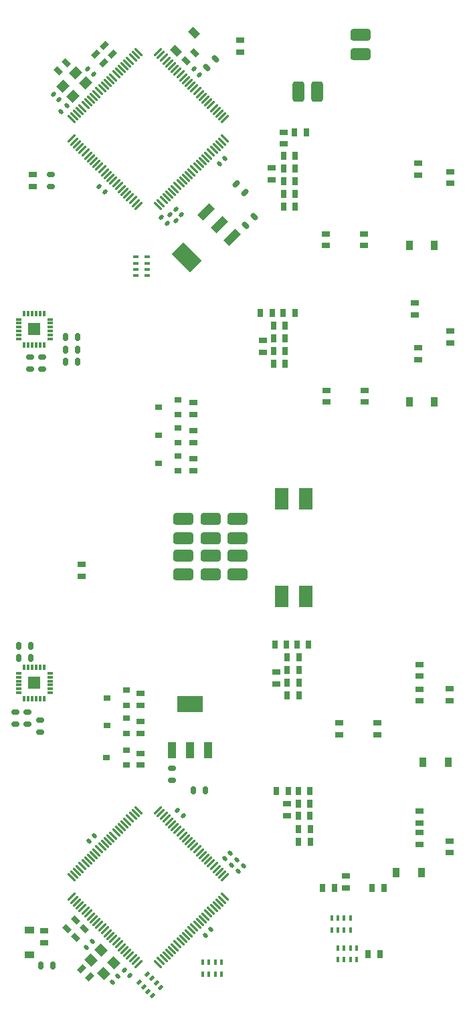
<source format=gbp>
G04*
G04 #@! TF.GenerationSoftware,Altium Limited,Altium Designer,21.8.1 (53)*
G04*
G04 Layer_Color=128*
%FSLAX44Y44*%
%MOMM*%
G71*
G04*
G04 #@! TF.SameCoordinates,C657CB42-8F9E-4DD2-80ED-FFB10F84DBA6*
G04*
G04*
G04 #@! TF.FilePolarity,Positive*
G04*
G01*
G75*
G04:AMPARAMS|DCode=19|XSize=0.4mm|YSize=0.7mm|CornerRadius=0.1mm|HoleSize=0mm|Usage=FLASHONLY|Rotation=90.000|XOffset=0mm|YOffset=0mm|HoleType=Round|Shape=RoundedRectangle|*
%AMROUNDEDRECTD19*
21,1,0.4000,0.5000,0,0,90.0*
21,1,0.2000,0.7000,0,0,90.0*
1,1,0.2000,0.2500,0.1000*
1,1,0.2000,0.2500,-0.1000*
1,1,0.2000,-0.2500,-0.1000*
1,1,0.2000,-0.2500,0.1000*
%
%ADD19ROUNDEDRECTD19*%
%ADD20R,0.7000X1.0000*%
G04:AMPARAMS|DCode=21|XSize=1.5mm|YSize=2.6mm|CornerRadius=0.375mm|HoleSize=0mm|Usage=FLASHONLY|Rotation=0.000|XOffset=0mm|YOffset=0mm|HoleType=Round|Shape=RoundedRectangle|*
%AMROUNDEDRECTD21*
21,1,1.5000,1.8500,0,0,0.0*
21,1,0.7500,2.6000,0,0,0.0*
1,1,0.7500,0.3750,-0.9250*
1,1,0.7500,-0.3750,-0.9250*
1,1,0.7500,-0.3750,0.9250*
1,1,0.7500,0.3750,0.9250*
%
%ADD21ROUNDEDRECTD21*%
G04:AMPARAMS|DCode=22|XSize=0.7mm|YSize=1mm|CornerRadius=0.175mm|HoleSize=0mm|Usage=FLASHONLY|Rotation=0.000|XOffset=0mm|YOffset=0mm|HoleType=Round|Shape=RoundedRectangle|*
%AMROUNDEDRECTD22*
21,1,0.7000,0.6500,0,0,0.0*
21,1,0.3500,1.0000,0,0,0.0*
1,1,0.3500,0.1750,-0.3250*
1,1,0.3500,-0.1750,-0.3250*
1,1,0.3500,-0.1750,0.3250*
1,1,0.3500,0.1750,0.3250*
%
%ADD22ROUNDEDRECTD22*%
G04:AMPARAMS|DCode=23|XSize=0.7mm|YSize=1mm|CornerRadius=0.175mm|HoleSize=0mm|Usage=FLASHONLY|Rotation=270.000|XOffset=0mm|YOffset=0mm|HoleType=Round|Shape=RoundedRectangle|*
%AMROUNDEDRECTD23*
21,1,0.7000,0.6500,0,0,270.0*
21,1,0.3500,1.0000,0,0,270.0*
1,1,0.3500,-0.3250,-0.1750*
1,1,0.3500,-0.3250,0.1750*
1,1,0.3500,0.3250,0.1750*
1,1,0.3500,0.3250,-0.1750*
%
%ADD23ROUNDEDRECTD23*%
%ADD28R,0.9000X1.2000*%
%ADD29R,1.2000X0.9000*%
%ADD30R,1.0000X0.7000*%
G04:AMPARAMS|DCode=32|XSize=0.4mm|YSize=0.7mm|CornerRadius=0.1mm|HoleSize=0mm|Usage=FLASHONLY|Rotation=180.000|XOffset=0mm|YOffset=0mm|HoleType=Round|Shape=RoundedRectangle|*
%AMROUNDEDRECTD32*
21,1,0.4000,0.5000,0,0,180.0*
21,1,0.2000,0.7000,0,0,180.0*
1,1,0.2000,-0.1000,0.2500*
1,1,0.2000,0.1000,0.2500*
1,1,0.2000,0.1000,-0.2500*
1,1,0.2000,-0.1000,-0.2500*
%
%ADD32ROUNDEDRECTD32*%
G04:AMPARAMS|DCode=73|XSize=0.5mm|YSize=0.6mm|CornerRadius=0.125mm|HoleSize=0mm|Usage=FLASHONLY|Rotation=135.000|XOffset=0mm|YOffset=0mm|HoleType=Round|Shape=RoundedRectangle|*
%AMROUNDEDRECTD73*
21,1,0.5000,0.3500,0,0,135.0*
21,1,0.2500,0.6000,0,0,135.0*
1,1,0.2500,0.0354,0.2121*
1,1,0.2500,0.2121,0.0354*
1,1,0.2500,-0.0354,-0.2121*
1,1,0.2500,-0.2121,-0.0354*
%
%ADD73ROUNDEDRECTD73*%
G04:AMPARAMS|DCode=74|XSize=3.3mm|YSize=2.15mm|CornerRadius=0mm|HoleSize=0mm|Usage=FLASHONLY|Rotation=135.000|XOffset=0mm|YOffset=0mm|HoleType=Round|Shape=Rectangle|*
%AMROTATEDRECTD74*
4,1,4,1.9269,-0.4066,0.4066,-1.9269,-1.9269,0.4066,-0.4066,1.9269,1.9269,-0.4066,0.0*
%
%ADD74ROTATEDRECTD74*%

G04:AMPARAMS|DCode=75|XSize=1mm|YSize=2.15mm|CornerRadius=0mm|HoleSize=0mm|Usage=FLASHONLY|Rotation=135.000|XOffset=0mm|YOffset=0mm|HoleType=Round|Shape=Rectangle|*
%AMROTATEDRECTD75*
4,1,4,1.1137,0.4066,-0.4066,-1.1137,-1.1137,-0.4066,0.4066,1.1137,1.1137,0.4066,0.0*
%
%ADD75ROTATEDRECTD75*%

%ADD76R,1.8000X2.8000*%
G04:AMPARAMS|DCode=77|XSize=0.3mm|YSize=1.5mm|CornerRadius=0mm|HoleSize=0mm|Usage=FLASHONLY|Rotation=315.000|XOffset=0mm|YOffset=0mm|HoleType=Round|Shape=Round|*
%AMOVALD77*
21,1,1.2000,0.3000,0.0000,0.0000,45.0*
1,1,0.3000,-0.4243,-0.4243*
1,1,0.3000,0.4243,0.4243*
%
%ADD77OVALD77*%

G04:AMPARAMS|DCode=78|XSize=0.3mm|YSize=1.5mm|CornerRadius=0mm|HoleSize=0mm|Usage=FLASHONLY|Rotation=45.000|XOffset=0mm|YOffset=0mm|HoleType=Round|Shape=Round|*
%AMOVALD78*
21,1,1.2000,0.3000,0.0000,0.0000,135.0*
1,1,0.3000,0.4243,-0.4243*
1,1,0.3000,-0.4243,0.4243*
%
%ADD78OVALD78*%

G04:AMPARAMS|DCode=79|XSize=1.5mm|YSize=2.6mm|CornerRadius=0.375mm|HoleSize=0mm|Usage=FLASHONLY|Rotation=270.000|XOffset=0mm|YOffset=0mm|HoleType=Round|Shape=RoundedRectangle|*
%AMROUNDEDRECTD79*
21,1,1.5000,1.8500,0,0,270.0*
21,1,0.7500,2.6000,0,0,270.0*
1,1,0.7500,-0.9250,-0.3750*
1,1,0.7500,-0.9250,0.3750*
1,1,0.7500,0.9250,0.3750*
1,1,0.7500,0.9250,-0.3750*
%
%ADD79ROUNDEDRECTD79*%
G04:AMPARAMS|DCode=80|XSize=0.7mm|YSize=1mm|CornerRadius=0.175mm|HoleSize=0mm|Usage=FLASHONLY|Rotation=315.000|XOffset=0mm|YOffset=0mm|HoleType=Round|Shape=RoundedRectangle|*
%AMROUNDEDRECTD80*
21,1,0.7000,0.6500,0,0,315.0*
21,1,0.3500,1.0000,0,0,315.0*
1,1,0.3500,-0.1061,-0.3536*
1,1,0.3500,-0.3536,-0.1061*
1,1,0.3500,0.1061,0.3536*
1,1,0.3500,0.3536,0.1061*
%
%ADD80ROUNDEDRECTD80*%
G04:AMPARAMS|DCode=81|XSize=0.7mm|YSize=1mm|CornerRadius=0.175mm|HoleSize=0mm|Usage=FLASHONLY|Rotation=225.000|XOffset=0mm|YOffset=0mm|HoleType=Round|Shape=RoundedRectangle|*
%AMROUNDEDRECTD81*
21,1,0.7000,0.6500,0,0,225.0*
21,1,0.3500,1.0000,0,0,225.0*
1,1,0.3500,-0.3536,0.1061*
1,1,0.3500,-0.1061,0.3536*
1,1,0.3500,0.3536,-0.1061*
1,1,0.3500,0.1061,-0.3536*
%
%ADD81ROUNDEDRECTD81*%
G04:AMPARAMS|DCode=82|XSize=0.5mm|YSize=0.6mm|CornerRadius=0.125mm|HoleSize=0mm|Usage=FLASHONLY|Rotation=45.000|XOffset=0mm|YOffset=0mm|HoleType=Round|Shape=RoundedRectangle|*
%AMROUNDEDRECTD82*
21,1,0.5000,0.3500,0,0,45.0*
21,1,0.2500,0.6000,0,0,45.0*
1,1,0.2500,0.2121,-0.0354*
1,1,0.2500,0.0354,-0.2121*
1,1,0.2500,-0.2121,0.0354*
1,1,0.2500,-0.0354,0.2121*
%
%ADD82ROUNDEDRECTD82*%
G04:AMPARAMS|DCode=83|XSize=1.3mm|YSize=1.1mm|CornerRadius=0mm|HoleSize=0mm|Usage=FLASHONLY|Rotation=225.000|XOffset=0mm|YOffset=0mm|HoleType=Round|Shape=Rectangle|*
%AMROTATEDRECTD83*
4,1,4,0.0707,0.8485,0.8485,0.0707,-0.0707,-0.8485,-0.8485,-0.0707,0.0707,0.8485,0.0*
%
%ADD83ROTATEDRECTD83*%

G04:AMPARAMS|DCode=84|XSize=1.3mm|YSize=1.1mm|CornerRadius=0mm|HoleSize=0mm|Usage=FLASHONLY|Rotation=135.000|XOffset=0mm|YOffset=0mm|HoleType=Round|Shape=Rectangle|*
%AMROTATEDRECTD84*
4,1,4,0.8485,-0.0707,0.0707,-0.8485,-0.8485,0.0707,-0.0707,0.8485,0.8485,-0.0707,0.0*
%
%ADD84ROTATEDRECTD84*%

%ADD85R,0.9500X0.6500*%
G04:AMPARAMS|DCode=86|XSize=0.9mm|YSize=1.2mm|CornerRadius=0mm|HoleSize=0mm|Usage=FLASHONLY|Rotation=225.000|XOffset=0mm|YOffset=0mm|HoleType=Round|Shape=Rectangle|*
%AMROTATEDRECTD86*
4,1,4,-0.1061,0.7425,0.7425,-0.1061,0.1061,-0.7425,-0.7425,0.1061,-0.1061,0.7425,0.0*
%
%ADD86ROTATEDRECTD86*%

G04:AMPARAMS|DCode=87|XSize=0.4mm|YSize=0.7mm|CornerRadius=0.1mm|HoleSize=0mm|Usage=FLASHONLY|Rotation=135.000|XOffset=0mm|YOffset=0mm|HoleType=Round|Shape=RoundedRectangle|*
%AMROUNDEDRECTD87*
21,1,0.4000,0.5000,0,0,135.0*
21,1,0.2000,0.7000,0,0,135.0*
1,1,0.2000,0.1061,0.2475*
1,1,0.2000,0.2475,0.1061*
1,1,0.2000,-0.1061,-0.2475*
1,1,0.2000,-0.2475,-0.1061*
%
%ADD87ROUNDEDRECTD87*%
G04:AMPARAMS|DCode=88|XSize=0.7mm|YSize=1mm|CornerRadius=0mm|HoleSize=0mm|Usage=FLASHONLY|Rotation=315.000|XOffset=0mm|YOffset=0mm|HoleType=Round|Shape=Rectangle|*
%AMROTATEDRECTD88*
4,1,4,-0.6010,-0.1061,0.1061,0.6010,0.6010,0.1061,-0.1061,-0.6010,-0.6010,-0.1061,0.0*
%
%ADD88ROTATEDRECTD88*%

G04:AMPARAMS|DCode=89|XSize=0.7mm|YSize=1mm|CornerRadius=0mm|HoleSize=0mm|Usage=FLASHONLY|Rotation=225.000|XOffset=0mm|YOffset=0mm|HoleType=Round|Shape=Rectangle|*
%AMROTATEDRECTD89*
4,1,4,-0.1061,0.6010,0.6010,-0.1061,0.1061,-0.6010,-0.6010,0.1061,-0.1061,0.6010,0.0*
%
%ADD89ROTATEDRECTD89*%

%ADD90R,1.0000X2.1500*%
%ADD91R,3.3000X2.1500*%
%ADD92R,0.8000X0.3000*%
%ADD93R,0.3000X0.8000*%
%ADD94R,1.5000X1.5000*%
%ADD95R,1.5000X1.5000*%
D19*
X199000Y924125D02*
D03*
Y932125D02*
D03*
Y940125D02*
D03*
Y948125D02*
D03*
X184000Y924125D02*
D03*
Y932125D02*
D03*
Y940125D02*
D03*
Y948125D02*
D03*
D20*
X420750Y149000D02*
D03*
X435750D02*
D03*
X478250Y65500D02*
D03*
X493250D02*
D03*
X405000Y207000D02*
D03*
X390000D02*
D03*
X373500Y813000D02*
D03*
X358500D02*
D03*
X483000Y149000D02*
D03*
X498000D02*
D03*
X389750Y240000D02*
D03*
X404750D02*
D03*
X358500Y845000D02*
D03*
X373500D02*
D03*
X404750Y256000D02*
D03*
X389750D02*
D03*
X404750Y272000D02*
D03*
X389750D02*
D03*
X373500Y861000D02*
D03*
X358500D02*
D03*
X385500Y877000D02*
D03*
X370500D02*
D03*
X390000Y223500D02*
D03*
X405000D02*
D03*
X358500Y829000D02*
D03*
X373500D02*
D03*
X362250Y272000D02*
D03*
X377250D02*
D03*
X342000Y877000D02*
D03*
X357000D02*
D03*
X360000Y457000D02*
D03*
X375000D02*
D03*
X376000Y409000D02*
D03*
X391000D02*
D03*
X371000Y1028000D02*
D03*
X386000D02*
D03*
X376000Y441000D02*
D03*
X391000D02*
D03*
X388000Y457000D02*
D03*
X403000D02*
D03*
X371000Y1060000D02*
D03*
X386000D02*
D03*
X371000Y1076000D02*
D03*
X386000D02*
D03*
X376000Y393000D02*
D03*
X391000D02*
D03*
X386000Y1012000D02*
D03*
X371000D02*
D03*
X386000Y1044000D02*
D03*
X371000D02*
D03*
X391000Y425000D02*
D03*
X376000D02*
D03*
X400250Y1106000D02*
D03*
X385250D02*
D03*
D21*
X390000Y1157750D02*
D03*
X414000D02*
D03*
D22*
X257343Y272650D02*
D03*
X272343D02*
D03*
X95750Y815250D02*
D03*
X110750D02*
D03*
X95750Y830750D02*
D03*
X110750D02*
D03*
X95750Y846250D02*
D03*
X110750D02*
D03*
X36250Y455750D02*
D03*
X51250D02*
D03*
X36250Y440250D02*
D03*
X51250D02*
D03*
X64000Y51000D02*
D03*
X79000D02*
D03*
D23*
X230093Y300650D02*
D03*
Y285650D02*
D03*
X65750Y821250D02*
D03*
Y806250D02*
D03*
X50250Y821250D02*
D03*
Y806250D02*
D03*
X76750Y1052000D02*
D03*
Y1037000D02*
D03*
X47250Y371500D02*
D03*
Y356500D02*
D03*
X31750Y371500D02*
D03*
Y356500D02*
D03*
X63250Y361500D02*
D03*
Y346500D02*
D03*
D28*
X545750Y168164D02*
D03*
X513750D02*
D03*
X562214Y764250D02*
D03*
X530214D02*
D03*
X579750Y308000D02*
D03*
X547750D02*
D03*
X562214Y962250D02*
D03*
X530214D02*
D03*
D29*
X50000Y64000D02*
D03*
Y96000D02*
D03*
D30*
X543250Y218964D02*
D03*
Y203964D02*
D03*
X541250Y1051563D02*
D03*
Y1066563D02*
D03*
X543250Y385750D02*
D03*
Y400750D02*
D03*
X541250Y833000D02*
D03*
Y818000D02*
D03*
X316000Y1222500D02*
D03*
Y1207500D02*
D03*
X581500Y193563D02*
D03*
Y208563D02*
D03*
X582000Y839000D02*
D03*
Y854000D02*
D03*
X581500Y401000D02*
D03*
Y386000D02*
D03*
X582000Y1056000D02*
D03*
Y1041000D02*
D03*
X115750Y558750D02*
D03*
Y543750D02*
D03*
X256750Y763250D02*
D03*
Y748250D02*
D03*
Y727750D02*
D03*
Y712750D02*
D03*
X190250Y395300D02*
D03*
Y380300D02*
D03*
X256750Y692250D02*
D03*
Y677250D02*
D03*
X190250Y359750D02*
D03*
Y344750D02*
D03*
X190000Y319550D02*
D03*
Y304550D02*
D03*
X543250Y231000D02*
D03*
Y246000D02*
D03*
X537750Y874564D02*
D03*
Y889564D02*
D03*
X474000Y764250D02*
D03*
Y779250D02*
D03*
X450000Y164000D02*
D03*
Y149000D02*
D03*
X426000Y779250D02*
D03*
Y764250D02*
D03*
X375250Y240500D02*
D03*
Y255500D02*
D03*
X345000Y827500D02*
D03*
Y842500D02*
D03*
X371000Y1106000D02*
D03*
Y1091000D02*
D03*
X362250Y407500D02*
D03*
Y422500D02*
D03*
X356000Y1046000D02*
D03*
Y1061000D02*
D03*
X442000Y343250D02*
D03*
Y358250D02*
D03*
X425000Y962250D02*
D03*
Y977250D02*
D03*
X473000Y977250D02*
D03*
Y962250D02*
D03*
X490000Y358250D02*
D03*
Y343250D02*
D03*
X543250Y432000D02*
D03*
Y417000D02*
D03*
X54250Y1052000D02*
D03*
Y1037000D02*
D03*
X68000Y94500D02*
D03*
Y79500D02*
D03*
D32*
X432000Y96000D02*
D03*
X440000D02*
D03*
X448000D02*
D03*
X456000D02*
D03*
X432000Y111000D02*
D03*
X440000D02*
D03*
X448000D02*
D03*
X456000D02*
D03*
X464000Y73000D02*
D03*
X456000D02*
D03*
X448000D02*
D03*
X440000D02*
D03*
X464000Y58000D02*
D03*
X456000D02*
D03*
X448000D02*
D03*
X440000D02*
D03*
X269000Y40000D02*
D03*
X277000D02*
D03*
X285000D02*
D03*
X293000D02*
D03*
X269000Y55000D02*
D03*
X277000D02*
D03*
X285000D02*
D03*
X293000D02*
D03*
D73*
X241821Y1001429D02*
D03*
X234750Y1008500D02*
D03*
X234821Y994179D02*
D03*
X227750Y1001250D02*
D03*
X223821Y990929D02*
D03*
X216750Y998000D02*
D03*
X145000Y1030000D02*
D03*
X137929Y1037071D02*
D03*
X130750Y1179000D02*
D03*
X123679Y1186071D02*
D03*
X80000Y1154000D02*
D03*
X87071Y1146929D02*
D03*
X258000Y1186000D02*
D03*
X265071Y1178929D02*
D03*
X237036Y247107D02*
D03*
X244107Y240036D02*
D03*
X169679Y45071D02*
D03*
X176750Y38000D02*
D03*
D74*
X248384Y947634D02*
D03*
D75*
X306014Y972737D02*
D03*
X289750Y989000D02*
D03*
X273487Y1005264D02*
D03*
D76*
X369250Y518000D02*
D03*
X399250D02*
D03*
Y642000D02*
D03*
X369250D02*
D03*
D77*
X268943Y1150719D02*
D03*
X265407Y1154254D02*
D03*
X276014Y1143648D02*
D03*
X272478Y1147183D02*
D03*
X261872Y1157790D02*
D03*
X297227Y1122434D02*
D03*
X293692Y1125970D02*
D03*
X283085Y1136577D02*
D03*
X279550Y1140112D02*
D03*
X290156Y1129505D02*
D03*
X286621Y1133041D02*
D03*
X230052Y1189610D02*
D03*
X226516Y1193145D02*
D03*
X237123Y1182539D02*
D03*
X233588Y1186074D02*
D03*
X215910Y1203752D02*
D03*
X212374Y1207287D02*
D03*
X222981Y1196681D02*
D03*
X219445Y1200216D02*
D03*
X251265Y1168396D02*
D03*
X247730Y1171932D02*
D03*
X258336Y1161325D02*
D03*
X254801Y1164861D02*
D03*
X244194Y1175467D02*
D03*
X240659Y1179003D02*
D03*
X106308Y1094150D02*
D03*
X102773Y1097686D02*
D03*
X166412Y1034046D02*
D03*
X162877Y1037582D02*
D03*
X169948Y1030510D02*
D03*
X187626Y1012833D02*
D03*
X177019Y1023439D02*
D03*
X173484Y1026975D02*
D03*
X184090Y1016368D02*
D03*
X180555Y1019904D02*
D03*
X127522Y1072937D02*
D03*
X123986Y1076472D02*
D03*
X134593Y1065866D02*
D03*
X131057Y1069401D02*
D03*
X113379Y1087079D02*
D03*
X109844Y1090615D02*
D03*
X120450Y1080008D02*
D03*
X116915Y1083543D02*
D03*
X152270Y1048188D02*
D03*
X148735Y1051724D02*
D03*
X159341Y1041117D02*
D03*
X155806Y1044653D02*
D03*
X141664Y1058795D02*
D03*
X138128Y1062330D02*
D03*
X145199Y1055259D02*
D03*
X187626Y52773D02*
D03*
X184090Y56308D02*
D03*
X180555Y59844D02*
D03*
X177019Y63379D02*
D03*
X173484Y66915D02*
D03*
X169948Y70451D02*
D03*
X166412Y73986D02*
D03*
X162877Y77522D02*
D03*
X159341Y81057D02*
D03*
X155806Y84593D02*
D03*
X152270Y88128D02*
D03*
X148735Y91664D02*
D03*
X145199Y95199D02*
D03*
X141664Y98735D02*
D03*
X138128Y102270D02*
D03*
X134593Y105806D02*
D03*
X131057Y109341D02*
D03*
X127522Y112877D02*
D03*
X123986Y116412D02*
D03*
X120450Y119948D02*
D03*
X116915Y123483D02*
D03*
X113379Y127019D02*
D03*
X109844Y130555D02*
D03*
X106308Y134090D02*
D03*
X102773Y137626D02*
D03*
X212374Y247227D02*
D03*
X215910Y243692D02*
D03*
X219445Y240156D02*
D03*
X222981Y236621D02*
D03*
X226516Y233085D02*
D03*
X230052Y229550D02*
D03*
X233588Y226014D02*
D03*
X237123Y222478D02*
D03*
X240659Y218943D02*
D03*
X244194Y215407D02*
D03*
X247730Y211872D02*
D03*
X251265Y208336D02*
D03*
X254801Y204801D02*
D03*
X258336Y201265D02*
D03*
X261872Y197730D02*
D03*
X265407Y194194D02*
D03*
X268943Y190659D02*
D03*
X272478Y187123D02*
D03*
X276014Y183588D02*
D03*
X279550Y180052D02*
D03*
X283085Y176516D02*
D03*
X286621Y172981D02*
D03*
X290156Y169445D02*
D03*
X293692Y165910D02*
D03*
X297227Y162374D02*
D03*
D78*
Y1097686D02*
D03*
X293692Y1094150D02*
D03*
X290156Y1090615D02*
D03*
X286621Y1087079D02*
D03*
X283085Y1083543D02*
D03*
X279550Y1080008D02*
D03*
X276014Y1076472D02*
D03*
X272478Y1072937D02*
D03*
X268943Y1069401D02*
D03*
X265407Y1065866D02*
D03*
X261872Y1062330D02*
D03*
X258336Y1058795D02*
D03*
X254801Y1055259D02*
D03*
X251265Y1051724D02*
D03*
X247730Y1048188D02*
D03*
X244194Y1044653D02*
D03*
X240659Y1041117D02*
D03*
X237123Y1037582D02*
D03*
X233588Y1034046D02*
D03*
X230052Y1030510D02*
D03*
X226516Y1026975D02*
D03*
X222981Y1023439D02*
D03*
X219445Y1019904D02*
D03*
X215910Y1016368D02*
D03*
X212374Y1012833D02*
D03*
X187626Y1207287D02*
D03*
X184090Y1203752D02*
D03*
X180555Y1200216D02*
D03*
X177019Y1196681D02*
D03*
X173484Y1193145D02*
D03*
X169948Y1189610D02*
D03*
X166412Y1186074D02*
D03*
X162877Y1182539D02*
D03*
X159341Y1179003D02*
D03*
X155806Y1175467D02*
D03*
X152270Y1171932D02*
D03*
X148735Y1168396D02*
D03*
X145199Y1164861D02*
D03*
X141664Y1161325D02*
D03*
X138128Y1157790D02*
D03*
X134593Y1154254D02*
D03*
X131057Y1150719D02*
D03*
X127522Y1147183D02*
D03*
X123986Y1143648D02*
D03*
X120450Y1140112D02*
D03*
X116915Y1136577D02*
D03*
X113379Y1133041D02*
D03*
X109844Y1129505D02*
D03*
X106308Y1125970D02*
D03*
X102773Y1122434D02*
D03*
X297227Y137626D02*
D03*
X293692Y134090D02*
D03*
X290156Y130555D02*
D03*
X286621Y127019D02*
D03*
X283085Y123483D02*
D03*
X279550Y119948D02*
D03*
X276014Y116412D02*
D03*
X272478Y112877D02*
D03*
X268943Y109341D02*
D03*
X265407Y105806D02*
D03*
X261872Y102270D02*
D03*
X258336Y98735D02*
D03*
X254801Y95199D02*
D03*
X251265Y91664D02*
D03*
X247730Y88128D02*
D03*
X244194Y84593D02*
D03*
X240659Y81057D02*
D03*
X237123Y77522D02*
D03*
X233588Y73986D02*
D03*
X230052Y70451D02*
D03*
X226516Y66915D02*
D03*
X222981Y63379D02*
D03*
X219445Y59844D02*
D03*
X215910Y56308D02*
D03*
X212374Y52773D02*
D03*
X102773Y162374D02*
D03*
X106308Y165910D02*
D03*
X109844Y169445D02*
D03*
X113379Y172981D02*
D03*
X116915Y176516D02*
D03*
X120450Y180052D02*
D03*
X123986Y183588D02*
D03*
X127522Y187123D02*
D03*
X131057Y190659D02*
D03*
X134593Y194194D02*
D03*
X138128Y197730D02*
D03*
X141664Y201265D02*
D03*
X145199Y204801D02*
D03*
X148735Y208336D02*
D03*
X152270Y211872D02*
D03*
X155806Y215407D02*
D03*
X159341Y218943D02*
D03*
X162877Y222478D02*
D03*
X166412Y226014D02*
D03*
X169948Y229550D02*
D03*
X173484Y233085D02*
D03*
X177019Y236621D02*
D03*
X180555Y240156D02*
D03*
X184090Y243692D02*
D03*
X187626Y247227D02*
D03*
D79*
X244750Y570000D02*
D03*
Y546000D02*
D03*
X279000Y570000D02*
D03*
Y546000D02*
D03*
X469000Y1204950D02*
D03*
Y1228950D02*
D03*
X313250Y570000D02*
D03*
Y546000D02*
D03*
X244750Y592000D02*
D03*
Y616000D02*
D03*
X279000Y592000D02*
D03*
Y616000D02*
D03*
X313250Y592000D02*
D03*
Y616000D02*
D03*
D80*
X322303Y1029697D02*
D03*
X311697Y1040303D02*
D03*
D81*
X323447Y988197D02*
D03*
X334053Y998803D02*
D03*
X284749Y1198607D02*
D03*
X274142Y1188000D02*
D03*
D82*
X297071Y1073071D02*
D03*
X290000Y1066000D02*
D03*
X96750Y1139250D02*
D03*
X89679Y1132179D02*
D03*
X305500Y177500D02*
D03*
X312571Y184571D02*
D03*
X297000Y186000D02*
D03*
X304071Y193071D02*
D03*
X122070Y73787D02*
D03*
X129141Y80859D02*
D03*
X161821Y37071D02*
D03*
X154750Y30000D02*
D03*
X124929Y207929D02*
D03*
X132000Y215000D02*
D03*
X279071Y96071D02*
D03*
X272000Y89000D02*
D03*
X313750Y169750D02*
D03*
X320821Y176821D02*
D03*
D83*
X121000Y1168000D02*
D03*
X108272Y1180728D02*
D03*
X92009Y1164464D02*
D03*
X104737Y1151737D02*
D03*
D84*
X143536Y41009D02*
D03*
X156264Y53737D02*
D03*
X140000Y70000D02*
D03*
X127272Y57272D02*
D03*
D85*
X212900Y757750D02*
D03*
X237600Y748250D02*
D03*
Y767250D02*
D03*
X212900Y722250D02*
D03*
X237600Y712750D02*
D03*
Y731750D02*
D03*
X147650Y389800D02*
D03*
X172350Y380300D02*
D03*
Y399300D02*
D03*
X212900Y686750D02*
D03*
X237600Y677250D02*
D03*
Y696250D02*
D03*
X147650Y354300D02*
D03*
X172350Y344800D02*
D03*
Y363800D02*
D03*
X147400Y314050D02*
D03*
X172100Y304550D02*
D03*
Y323550D02*
D03*
D86*
X257789Y1231860D02*
D03*
X235161Y1209232D02*
D03*
D87*
X188393Y29393D02*
D03*
X194050Y23736D02*
D03*
X199707Y18079D02*
D03*
X205364Y12422D02*
D03*
X199000Y40000D02*
D03*
X204657Y34343D02*
D03*
X210314Y28686D02*
D03*
X215971Y23029D02*
D03*
D88*
X144000Y1194000D02*
D03*
X133393Y1204607D02*
D03*
X155000Y1205000D02*
D03*
X144393Y1215607D02*
D03*
X126000Y36044D02*
D03*
X115393Y46651D02*
D03*
D89*
X248161Y1196232D02*
D03*
X258768Y1206839D02*
D03*
X85947Y1183447D02*
D03*
X96553Y1194053D02*
D03*
X97393Y97393D02*
D03*
X108000Y108000D02*
D03*
X108393Y86393D02*
D03*
X119000Y97000D02*
D03*
D90*
X276093Y323400D02*
D03*
X253093D02*
D03*
X230093D02*
D03*
D91*
X253093Y381900D02*
D03*
D92*
X75750Y869000D02*
D03*
Y864000D02*
D03*
Y859000D02*
D03*
Y854000D02*
D03*
Y849000D02*
D03*
Y844000D02*
D03*
X35750D02*
D03*
Y849000D02*
D03*
Y854000D02*
D03*
Y859000D02*
D03*
Y864000D02*
D03*
Y869000D02*
D03*
Y396000D02*
D03*
Y401000D02*
D03*
Y406000D02*
D03*
Y411000D02*
D03*
Y416000D02*
D03*
Y421000D02*
D03*
X75750D02*
D03*
Y416000D02*
D03*
Y411000D02*
D03*
Y406000D02*
D03*
Y401000D02*
D03*
Y396000D02*
D03*
D93*
X68250Y836500D02*
D03*
X63250D02*
D03*
X58250D02*
D03*
X53250D02*
D03*
X48250D02*
D03*
X43250D02*
D03*
Y876500D02*
D03*
X48250D02*
D03*
X53250D02*
D03*
X58250D02*
D03*
X63250D02*
D03*
X68250D02*
D03*
Y388500D02*
D03*
X63250D02*
D03*
X58250D02*
D03*
X53250D02*
D03*
X48250D02*
D03*
X43250D02*
D03*
Y428500D02*
D03*
X48250D02*
D03*
X53250D02*
D03*
X58250D02*
D03*
X63250D02*
D03*
X68250D02*
D03*
D94*
X55750Y856500D02*
D03*
D95*
Y408500D02*
D03*
M02*

</source>
